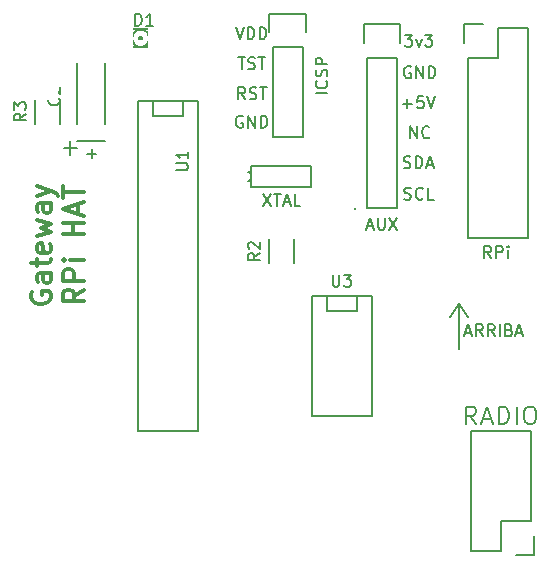
<source format=gto>
G04 #@! TF.FileFunction,Legend,Top*
%FSLAX46Y46*%
G04 Gerber Fmt 4.6, Leading zero omitted, Abs format (unit mm)*
G04 Created by KiCad (PCBNEW (after 2015-mar-04 BZR unknown)-product) date 16/04/2015 11:47:33*
%MOMM*%
G01*
G04 APERTURE LIST*
%ADD10C,0.100000*%
%ADD11C,0.200000*%
%ADD12C,0.300000*%
%ADD13C,0.150000*%
%ADD14R,1.727200X1.727200*%
%ADD15O,1.727200X1.727200*%
%ADD16R,1.597660X1.800860*%
%ADD17R,1.700000X2.000000*%
%ADD18R,2.032000X1.727200*%
%ADD19O,2.032000X1.727200*%
%ADD20R,1.397000X1.397000*%
%ADD21C,1.397000*%
%ADD22C,1.000760*%
%ADD23R,1.501140X2.999740*%
G04 APERTURE END LIST*
D10*
D11*
X122872667Y-52411381D02*
X123206000Y-53411381D01*
X123539334Y-52411381D01*
X123872667Y-53411381D02*
X123872667Y-52411381D01*
X124110762Y-52411381D01*
X124253620Y-52459000D01*
X124348858Y-52554238D01*
X124396477Y-52649476D01*
X124444096Y-52839952D01*
X124444096Y-52982810D01*
X124396477Y-53173286D01*
X124348858Y-53268524D01*
X124253620Y-53363762D01*
X124110762Y-53411381D01*
X123872667Y-53411381D01*
X124872667Y-53411381D02*
X124872667Y-52411381D01*
X125110762Y-52411381D01*
X125253620Y-52459000D01*
X125348858Y-52554238D01*
X125396477Y-52649476D01*
X125444096Y-52839952D01*
X125444096Y-52982810D01*
X125396477Y-53173286D01*
X125348858Y-53268524D01*
X125253620Y-53363762D01*
X125110762Y-53411381D01*
X124872667Y-53411381D01*
X123063143Y-54951381D02*
X123634572Y-54951381D01*
X123348857Y-55951381D02*
X123348857Y-54951381D01*
X123920286Y-55903762D02*
X124063143Y-55951381D01*
X124301239Y-55951381D01*
X124396477Y-55903762D01*
X124444096Y-55856143D01*
X124491715Y-55760905D01*
X124491715Y-55665667D01*
X124444096Y-55570429D01*
X124396477Y-55522810D01*
X124301239Y-55475190D01*
X124110762Y-55427571D01*
X124015524Y-55379952D01*
X123967905Y-55332333D01*
X123920286Y-55237095D01*
X123920286Y-55141857D01*
X123967905Y-55046619D01*
X124015524Y-54999000D01*
X124110762Y-54951381D01*
X124348858Y-54951381D01*
X124491715Y-54999000D01*
X124777429Y-54951381D02*
X125348858Y-54951381D01*
X125063143Y-55951381D02*
X125063143Y-54951381D01*
X123658381Y-58491381D02*
X123325047Y-58015190D01*
X123086952Y-58491381D02*
X123086952Y-57491381D01*
X123467905Y-57491381D01*
X123563143Y-57539000D01*
X123610762Y-57586619D01*
X123658381Y-57681857D01*
X123658381Y-57824714D01*
X123610762Y-57919952D01*
X123563143Y-57967571D01*
X123467905Y-58015190D01*
X123086952Y-58015190D01*
X124039333Y-58443762D02*
X124182190Y-58491381D01*
X124420286Y-58491381D01*
X124515524Y-58443762D01*
X124563143Y-58396143D01*
X124610762Y-58300905D01*
X124610762Y-58205667D01*
X124563143Y-58110429D01*
X124515524Y-58062810D01*
X124420286Y-58015190D01*
X124229809Y-57967571D01*
X124134571Y-57919952D01*
X124086952Y-57872333D01*
X124039333Y-57777095D01*
X124039333Y-57681857D01*
X124086952Y-57586619D01*
X124134571Y-57539000D01*
X124229809Y-57491381D01*
X124467905Y-57491381D01*
X124610762Y-57539000D01*
X124896476Y-57491381D02*
X125467905Y-57491381D01*
X125182190Y-58491381D02*
X125182190Y-57491381D01*
X123444096Y-59952000D02*
X123348858Y-59904381D01*
X123206001Y-59904381D01*
X123063143Y-59952000D01*
X122967905Y-60047238D01*
X122920286Y-60142476D01*
X122872667Y-60332952D01*
X122872667Y-60475810D01*
X122920286Y-60666286D01*
X122967905Y-60761524D01*
X123063143Y-60856762D01*
X123206001Y-60904381D01*
X123301239Y-60904381D01*
X123444096Y-60856762D01*
X123491715Y-60809143D01*
X123491715Y-60475810D01*
X123301239Y-60475810D01*
X123920286Y-60904381D02*
X123920286Y-59904381D01*
X124491715Y-60904381D01*
X124491715Y-59904381D01*
X124967905Y-60904381D02*
X124967905Y-59904381D01*
X125206000Y-59904381D01*
X125348858Y-59952000D01*
X125444096Y-60047238D01*
X125491715Y-60142476D01*
X125539334Y-60332952D01*
X125539334Y-60475810D01*
X125491715Y-60666286D01*
X125444096Y-60761524D01*
X125348858Y-60856762D01*
X125206000Y-60904381D01*
X124967905Y-60904381D01*
X142303476Y-78271667D02*
X142779667Y-78271667D01*
X142208238Y-78557381D02*
X142541571Y-77557381D01*
X142874905Y-78557381D01*
X143779667Y-78557381D02*
X143446333Y-78081190D01*
X143208238Y-78557381D02*
X143208238Y-77557381D01*
X143589191Y-77557381D01*
X143684429Y-77605000D01*
X143732048Y-77652619D01*
X143779667Y-77747857D01*
X143779667Y-77890714D01*
X143732048Y-77985952D01*
X143684429Y-78033571D01*
X143589191Y-78081190D01*
X143208238Y-78081190D01*
X144779667Y-78557381D02*
X144446333Y-78081190D01*
X144208238Y-78557381D02*
X144208238Y-77557381D01*
X144589191Y-77557381D01*
X144684429Y-77605000D01*
X144732048Y-77652619D01*
X144779667Y-77747857D01*
X144779667Y-77890714D01*
X144732048Y-77985952D01*
X144684429Y-78033571D01*
X144589191Y-78081190D01*
X144208238Y-78081190D01*
X145208238Y-78557381D02*
X145208238Y-77557381D01*
X146017762Y-78033571D02*
X146160619Y-78081190D01*
X146208238Y-78128810D01*
X146255857Y-78224048D01*
X146255857Y-78366905D01*
X146208238Y-78462143D01*
X146160619Y-78509762D01*
X146065381Y-78557381D01*
X145684428Y-78557381D01*
X145684428Y-77557381D01*
X146017762Y-77557381D01*
X146113000Y-77605000D01*
X146160619Y-77652619D01*
X146208238Y-77747857D01*
X146208238Y-77843095D01*
X146160619Y-77938333D01*
X146113000Y-77985952D01*
X146017762Y-78033571D01*
X145684428Y-78033571D01*
X146636809Y-78271667D02*
X147113000Y-78271667D01*
X146541571Y-78557381D02*
X146874904Y-77557381D01*
X147208238Y-78557381D01*
X141732000Y-75819000D02*
X142494000Y-76962000D01*
X141732000Y-75819000D02*
X140970000Y-76962000D01*
X141732000Y-75946000D02*
X141732000Y-79629000D01*
D12*
X105573000Y-74824333D02*
X105489667Y-74990999D01*
X105489667Y-75240999D01*
X105573000Y-75490999D01*
X105739667Y-75657666D01*
X105906333Y-75740999D01*
X106239667Y-75824333D01*
X106489667Y-75824333D01*
X106823000Y-75740999D01*
X106989667Y-75657666D01*
X107156333Y-75490999D01*
X107239667Y-75240999D01*
X107239667Y-75074333D01*
X107156333Y-74824333D01*
X107073000Y-74740999D01*
X106489667Y-74740999D01*
X106489667Y-75074333D01*
X107239667Y-73240999D02*
X106323000Y-73240999D01*
X106156333Y-73324333D01*
X106073000Y-73490999D01*
X106073000Y-73824333D01*
X106156333Y-73990999D01*
X107156333Y-73240999D02*
X107239667Y-73407666D01*
X107239667Y-73824333D01*
X107156333Y-73990999D01*
X106989667Y-74074333D01*
X106823000Y-74074333D01*
X106656333Y-73990999D01*
X106573000Y-73824333D01*
X106573000Y-73407666D01*
X106489667Y-73240999D01*
X106073000Y-72657666D02*
X106073000Y-71991000D01*
X105489667Y-72407666D02*
X106989667Y-72407666D01*
X107156333Y-72324333D01*
X107239667Y-72157666D01*
X107239667Y-71991000D01*
X107156333Y-70741000D02*
X107239667Y-70907666D01*
X107239667Y-71241000D01*
X107156333Y-71407666D01*
X106989667Y-71491000D01*
X106323000Y-71491000D01*
X106156333Y-71407666D01*
X106073000Y-71241000D01*
X106073000Y-70907666D01*
X106156333Y-70741000D01*
X106323000Y-70657666D01*
X106489667Y-70657666D01*
X106656333Y-71491000D01*
X106073000Y-70074333D02*
X107239667Y-69741000D01*
X106406333Y-69407666D01*
X107239667Y-69074333D01*
X106073000Y-68741000D01*
X107239667Y-67324333D02*
X106323000Y-67324333D01*
X106156333Y-67407667D01*
X106073000Y-67574333D01*
X106073000Y-67907667D01*
X106156333Y-68074333D01*
X107156333Y-67324333D02*
X107239667Y-67491000D01*
X107239667Y-67907667D01*
X107156333Y-68074333D01*
X106989667Y-68157667D01*
X106823000Y-68157667D01*
X106656333Y-68074333D01*
X106573000Y-67907667D01*
X106573000Y-67491000D01*
X106489667Y-67324333D01*
X106073000Y-66657667D02*
X107239667Y-66241000D01*
X106073000Y-65824334D02*
X107239667Y-66241000D01*
X107656333Y-66407667D01*
X107739667Y-66491000D01*
X107823000Y-66657667D01*
X109989667Y-74615999D02*
X109156333Y-75199333D01*
X109989667Y-75615999D02*
X108239667Y-75615999D01*
X108239667Y-74949333D01*
X108323000Y-74782666D01*
X108406333Y-74699333D01*
X108573000Y-74615999D01*
X108823000Y-74615999D01*
X108989667Y-74699333D01*
X109073000Y-74782666D01*
X109156333Y-74949333D01*
X109156333Y-75615999D01*
X109989667Y-73865999D02*
X108239667Y-73865999D01*
X108239667Y-73199333D01*
X108323000Y-73032666D01*
X108406333Y-72949333D01*
X108573000Y-72865999D01*
X108823000Y-72865999D01*
X108989667Y-72949333D01*
X109073000Y-73032666D01*
X109156333Y-73199333D01*
X109156333Y-73865999D01*
X109989667Y-72115999D02*
X108823000Y-72115999D01*
X108239667Y-72115999D02*
X108323000Y-72199333D01*
X108406333Y-72115999D01*
X108323000Y-72032666D01*
X108239667Y-72115999D01*
X108406333Y-72115999D01*
X109989667Y-69949333D02*
X108239667Y-69949333D01*
X109073000Y-69949333D02*
X109073000Y-68949333D01*
X109989667Y-68949333D02*
X108239667Y-68949333D01*
X109489667Y-68199334D02*
X109489667Y-67366000D01*
X109989667Y-68366000D02*
X108239667Y-67782667D01*
X109989667Y-67199334D01*
X108239667Y-66866000D02*
X108239667Y-65866000D01*
X109989667Y-66366000D02*
X108239667Y-66366000D01*
D11*
X137128571Y-66952762D02*
X137271428Y-67000381D01*
X137509524Y-67000381D01*
X137604762Y-66952762D01*
X137652381Y-66905143D01*
X137700000Y-66809905D01*
X137700000Y-66714667D01*
X137652381Y-66619429D01*
X137604762Y-66571810D01*
X137509524Y-66524190D01*
X137319047Y-66476571D01*
X137223809Y-66428952D01*
X137176190Y-66381333D01*
X137128571Y-66286095D01*
X137128571Y-66190857D01*
X137176190Y-66095619D01*
X137223809Y-66048000D01*
X137319047Y-66000381D01*
X137557143Y-66000381D01*
X137700000Y-66048000D01*
X138700000Y-66905143D02*
X138652381Y-66952762D01*
X138509524Y-67000381D01*
X138414286Y-67000381D01*
X138271428Y-66952762D01*
X138176190Y-66857524D01*
X138128571Y-66762286D01*
X138080952Y-66571810D01*
X138080952Y-66428952D01*
X138128571Y-66238476D01*
X138176190Y-66143238D01*
X138271428Y-66048000D01*
X138414286Y-66000381D01*
X138509524Y-66000381D01*
X138652381Y-66048000D01*
X138700000Y-66095619D01*
X139604762Y-67000381D02*
X139128571Y-67000381D01*
X139128571Y-66000381D01*
X137080952Y-64285762D02*
X137223809Y-64333381D01*
X137461905Y-64333381D01*
X137557143Y-64285762D01*
X137604762Y-64238143D01*
X137652381Y-64142905D01*
X137652381Y-64047667D01*
X137604762Y-63952429D01*
X137557143Y-63904810D01*
X137461905Y-63857190D01*
X137271428Y-63809571D01*
X137176190Y-63761952D01*
X137128571Y-63714333D01*
X137080952Y-63619095D01*
X137080952Y-63523857D01*
X137128571Y-63428619D01*
X137176190Y-63381000D01*
X137271428Y-63333381D01*
X137509524Y-63333381D01*
X137652381Y-63381000D01*
X138080952Y-64333381D02*
X138080952Y-63333381D01*
X138319047Y-63333381D01*
X138461905Y-63381000D01*
X138557143Y-63476238D01*
X138604762Y-63571476D01*
X138652381Y-63761952D01*
X138652381Y-63904810D01*
X138604762Y-64095286D01*
X138557143Y-64190524D01*
X138461905Y-64285762D01*
X138319047Y-64333381D01*
X138080952Y-64333381D01*
X139033333Y-64047667D02*
X139509524Y-64047667D01*
X138938095Y-64333381D02*
X139271428Y-63333381D01*
X139604762Y-64333381D01*
X137636476Y-61793381D02*
X137636476Y-60793381D01*
X138207905Y-61793381D01*
X138207905Y-60793381D01*
X139255524Y-61698143D02*
X139207905Y-61745762D01*
X139065048Y-61793381D01*
X138969810Y-61793381D01*
X138826952Y-61745762D01*
X138731714Y-61650524D01*
X138684095Y-61555286D01*
X138636476Y-61364810D01*
X138636476Y-61221952D01*
X138684095Y-61031476D01*
X138731714Y-60936238D01*
X138826952Y-60841000D01*
X138969810Y-60793381D01*
X139065048Y-60793381D01*
X139207905Y-60841000D01*
X139255524Y-60888619D01*
X137017476Y-58872429D02*
X137779381Y-58872429D01*
X137398429Y-59253381D02*
X137398429Y-58491476D01*
X138731762Y-58253381D02*
X138255571Y-58253381D01*
X138207952Y-58729571D01*
X138255571Y-58681952D01*
X138350809Y-58634333D01*
X138588905Y-58634333D01*
X138684143Y-58681952D01*
X138731762Y-58729571D01*
X138779381Y-58824810D01*
X138779381Y-59062905D01*
X138731762Y-59158143D01*
X138684143Y-59205762D01*
X138588905Y-59253381D01*
X138350809Y-59253381D01*
X138255571Y-59205762D01*
X138207952Y-59158143D01*
X139065095Y-58253381D02*
X139398428Y-59253381D01*
X139731762Y-58253381D01*
X132969000Y-67691000D02*
X132969000Y-67818000D01*
X137668286Y-55761000D02*
X137573048Y-55713381D01*
X137430191Y-55713381D01*
X137287333Y-55761000D01*
X137192095Y-55856238D01*
X137144476Y-55951476D01*
X137096857Y-56141952D01*
X137096857Y-56284810D01*
X137144476Y-56475286D01*
X137192095Y-56570524D01*
X137287333Y-56665762D01*
X137430191Y-56713381D01*
X137525429Y-56713381D01*
X137668286Y-56665762D01*
X137715905Y-56618143D01*
X137715905Y-56284810D01*
X137525429Y-56284810D01*
X138144476Y-56713381D02*
X138144476Y-55713381D01*
X138715905Y-56713381D01*
X138715905Y-55713381D01*
X139192095Y-56713381D02*
X139192095Y-55713381D01*
X139430190Y-55713381D01*
X139573048Y-55761000D01*
X139668286Y-55856238D01*
X139715905Y-55951476D01*
X139763524Y-56141952D01*
X139763524Y-56284810D01*
X139715905Y-56475286D01*
X139668286Y-56570524D01*
X139573048Y-56665762D01*
X139430190Y-56713381D01*
X139192095Y-56713381D01*
X137176190Y-53046381D02*
X137795238Y-53046381D01*
X137461904Y-53427333D01*
X137604762Y-53427333D01*
X137700000Y-53474952D01*
X137747619Y-53522571D01*
X137795238Y-53617810D01*
X137795238Y-53855905D01*
X137747619Y-53951143D01*
X137700000Y-53998762D01*
X137604762Y-54046381D01*
X137319047Y-54046381D01*
X137223809Y-53998762D01*
X137176190Y-53951143D01*
X138128571Y-53379714D02*
X138366666Y-54046381D01*
X138604762Y-53379714D01*
X138890476Y-53046381D02*
X139509524Y-53046381D01*
X139176190Y-53427333D01*
X139319048Y-53427333D01*
X139414286Y-53474952D01*
X139461905Y-53522571D01*
X139509524Y-53617810D01*
X139509524Y-53855905D01*
X139461905Y-53951143D01*
X139414286Y-53998762D01*
X139319048Y-54046381D01*
X139033333Y-54046381D01*
X138938095Y-53998762D01*
X138890476Y-53951143D01*
D13*
X147828000Y-94234000D02*
X147828000Y-86614000D01*
X147828000Y-86614000D02*
X142748000Y-86614000D01*
X142748000Y-86614000D02*
X142748000Y-96774000D01*
X142748000Y-96774000D02*
X145288000Y-96774000D01*
X146558000Y-97054000D02*
X148108000Y-97054000D01*
X145288000Y-96774000D02*
X145288000Y-94234000D01*
X145288000Y-94234000D02*
X147828000Y-94234000D01*
X148108000Y-97054000D02*
X148108000Y-95504000D01*
X114708940Y-53439060D02*
X114907060Y-53439060D01*
X114907060Y-53439060D02*
X114907060Y-53240940D01*
X114708940Y-53240940D02*
X114907060Y-53240940D01*
X114708940Y-53439060D02*
X114708940Y-53240940D01*
X115257580Y-54038500D02*
X115605560Y-54038500D01*
X115605560Y-54038500D02*
X115605560Y-53789580D01*
X115257580Y-53789580D02*
X115605560Y-53789580D01*
X115257580Y-54038500D02*
X115257580Y-53789580D01*
X115605560Y-54038500D02*
X115707160Y-54038500D01*
X115707160Y-54038500D02*
X115707160Y-52842160D01*
X115605560Y-52842160D02*
X115707160Y-52842160D01*
X115605560Y-54038500D02*
X115605560Y-52842160D01*
X115605560Y-52791360D02*
X115707160Y-52791360D01*
X115707160Y-52791360D02*
X115707160Y-52641500D01*
X115605560Y-52641500D02*
X115707160Y-52641500D01*
X115605560Y-52791360D02*
X115605560Y-52641500D01*
X113908840Y-54038500D02*
X114010440Y-54038500D01*
X114010440Y-54038500D02*
X114010440Y-52842160D01*
X113908840Y-52842160D02*
X114010440Y-52842160D01*
X113908840Y-54038500D02*
X113908840Y-52842160D01*
X113908840Y-52791360D02*
X114010440Y-52791360D01*
X114010440Y-52791360D02*
X114010440Y-52641500D01*
X113908840Y-52641500D02*
X114010440Y-52641500D01*
X113908840Y-52791360D02*
X113908840Y-52641500D01*
X115257580Y-54038500D02*
X115407440Y-54038500D01*
X115407440Y-54038500D02*
X115407440Y-53789580D01*
X115257580Y-53789580D02*
X115407440Y-53789580D01*
X115257580Y-54038500D02*
X115257580Y-53789580D01*
X116357400Y-54089300D02*
X113258600Y-54089300D01*
X113258600Y-54089300D02*
X113258600Y-52590700D01*
X113258600Y-52590700D02*
X116357400Y-52590700D01*
X116357400Y-52590700D02*
X116357400Y-54089300D01*
X114260738Y-53839354D02*
G75*
G03X115356640Y-53837840I547262J499354D01*
G01*
X114259867Y-52841602D02*
G75*
G03X114259360Y-53837840I548133J-498398D01*
G01*
X115355262Y-52840646D02*
G75*
G03X114259360Y-52842160I-547262J-499354D01*
G01*
X115356133Y-53838398D02*
G75*
G03X115356640Y-52842160I-548133J498398D01*
G01*
X127821000Y-70374000D02*
X127821000Y-72374000D01*
X125671000Y-72374000D02*
X125671000Y-70374000D01*
X108009000Y-58563000D02*
X108009000Y-60563000D01*
X105859000Y-60563000D02*
X105859000Y-58563000D01*
X147574000Y-70231000D02*
X147574000Y-52451000D01*
X142494000Y-54991000D02*
X142494000Y-70231000D01*
X147574000Y-70231000D02*
X142494000Y-70231000D01*
X147574000Y-52451000D02*
X145034000Y-52451000D01*
X143764000Y-52171000D02*
X142214000Y-52171000D01*
X145034000Y-52451000D02*
X145034000Y-54991000D01*
X145034000Y-54991000D02*
X142494000Y-54991000D01*
X142214000Y-52171000D02*
X142214000Y-53721000D01*
X125984000Y-54102000D02*
X125984000Y-61722000D01*
X128524000Y-54102000D02*
X128524000Y-61722000D01*
X128804000Y-51282000D02*
X128804000Y-52832000D01*
X125984000Y-61722000D02*
X128524000Y-61722000D01*
X128524000Y-54102000D02*
X125984000Y-54102000D01*
X125704000Y-52832000D02*
X125704000Y-51282000D01*
X125704000Y-51282000D02*
X128804000Y-51282000D01*
X136525000Y-54991000D02*
X136525000Y-67691000D01*
X136525000Y-67691000D02*
X133985000Y-67691000D01*
X133985000Y-67691000D02*
X133985000Y-54991000D01*
X136805000Y-52171000D02*
X136805000Y-53721000D01*
X136525000Y-54991000D02*
X133985000Y-54991000D01*
X133705000Y-53721000D02*
X133705000Y-52171000D01*
X133705000Y-52171000D02*
X136805000Y-52171000D01*
X118364000Y-58674000D02*
X118364000Y-59944000D01*
X118364000Y-59944000D02*
X115824000Y-59944000D01*
X115824000Y-59944000D02*
X115824000Y-58674000D01*
X119634000Y-58674000D02*
X119634000Y-86614000D01*
X119634000Y-86614000D02*
X114554000Y-86614000D01*
X114554000Y-86614000D02*
X114554000Y-58674000D01*
X114554000Y-58674000D02*
X119634000Y-58674000D01*
X133096000Y-75184000D02*
X133096000Y-76454000D01*
X133096000Y-76454000D02*
X130556000Y-76454000D01*
X130556000Y-76454000D02*
X130556000Y-75184000D01*
X134366000Y-75184000D02*
X134366000Y-85344000D01*
X134366000Y-85344000D02*
X129286000Y-85344000D01*
X129286000Y-85344000D02*
X129286000Y-75184000D01*
X129286000Y-75184000D02*
X134366000Y-75184000D01*
X124185680Y-64724280D02*
X123885960Y-64625220D01*
X124185680Y-65323720D02*
X123885960Y-65422780D01*
X124185680Y-65923160D02*
X129235200Y-65923160D01*
X129235200Y-65923160D02*
X129235200Y-64124840D01*
X129235200Y-64124840D02*
X124185680Y-64124840D01*
X124185680Y-65923160D02*
X124185680Y-64124840D01*
X111815880Y-60639960D02*
X111815880Y-55438040D01*
X109418120Y-55438040D02*
X109418120Y-60639960D01*
X108318300Y-62638940D02*
X109418120Y-62638940D01*
X108818680Y-63238380D02*
X108818680Y-62039500D01*
X109418120Y-62034420D02*
X111815880Y-62034420D01*
D11*
X143216572Y-86022571D02*
X142716572Y-85308286D01*
X142359429Y-86022571D02*
X142359429Y-84522571D01*
X142930857Y-84522571D01*
X143073715Y-84594000D01*
X143145143Y-84665429D01*
X143216572Y-84808286D01*
X143216572Y-85022571D01*
X143145143Y-85165429D01*
X143073715Y-85236857D01*
X142930857Y-85308286D01*
X142359429Y-85308286D01*
X143788000Y-85594000D02*
X144502286Y-85594000D01*
X143645143Y-86022571D02*
X144145143Y-84522571D01*
X144645143Y-86022571D01*
X145145143Y-86022571D02*
X145145143Y-84522571D01*
X145502286Y-84522571D01*
X145716571Y-84594000D01*
X145859429Y-84736857D01*
X145930857Y-84879714D01*
X146002286Y-85165429D01*
X146002286Y-85379714D01*
X145930857Y-85665429D01*
X145859429Y-85808286D01*
X145716571Y-85951143D01*
X145502286Y-86022571D01*
X145145143Y-86022571D01*
X146645143Y-86022571D02*
X146645143Y-84522571D01*
X147645143Y-84522571D02*
X147930857Y-84522571D01*
X148073715Y-84594000D01*
X148216572Y-84736857D01*
X148288000Y-85022571D01*
X148288000Y-85522571D01*
X148216572Y-85808286D01*
X148073715Y-85951143D01*
X147930857Y-86022571D01*
X147645143Y-86022571D01*
X147502286Y-85951143D01*
X147359429Y-85808286D01*
X147288000Y-85522571D01*
X147288000Y-85022571D01*
X147359429Y-84736857D01*
X147502286Y-84594000D01*
X147645143Y-84522571D01*
D13*
X114323905Y-52268381D02*
X114323905Y-51268381D01*
X114562000Y-51268381D01*
X114704858Y-51316000D01*
X114800096Y-51411238D01*
X114847715Y-51506476D01*
X114895334Y-51696952D01*
X114895334Y-51839810D01*
X114847715Y-52030286D01*
X114800096Y-52125524D01*
X114704858Y-52220762D01*
X114562000Y-52268381D01*
X114323905Y-52268381D01*
X115847715Y-52268381D02*
X115276286Y-52268381D01*
X115562000Y-52268381D02*
X115562000Y-51268381D01*
X115466762Y-51411238D01*
X115371524Y-51506476D01*
X115276286Y-51554095D01*
X124898381Y-71540666D02*
X124422190Y-71874000D01*
X124898381Y-72112095D02*
X123898381Y-72112095D01*
X123898381Y-71731142D01*
X123946000Y-71635904D01*
X123993619Y-71588285D01*
X124088857Y-71540666D01*
X124231714Y-71540666D01*
X124326952Y-71588285D01*
X124374571Y-71635904D01*
X124422190Y-71731142D01*
X124422190Y-72112095D01*
X123993619Y-71159714D02*
X123946000Y-71112095D01*
X123898381Y-71016857D01*
X123898381Y-70778761D01*
X123946000Y-70683523D01*
X123993619Y-70635904D01*
X124088857Y-70588285D01*
X124184095Y-70588285D01*
X124326952Y-70635904D01*
X124898381Y-71207333D01*
X124898381Y-70588285D01*
X105086381Y-59729666D02*
X104610190Y-60063000D01*
X105086381Y-60301095D02*
X104086381Y-60301095D01*
X104086381Y-59920142D01*
X104134000Y-59824904D01*
X104181619Y-59777285D01*
X104276857Y-59729666D01*
X104419714Y-59729666D01*
X104514952Y-59777285D01*
X104562571Y-59824904D01*
X104610190Y-59920142D01*
X104610190Y-60301095D01*
X104086381Y-59396333D02*
X104086381Y-58777285D01*
X104467333Y-59110619D01*
X104467333Y-58967761D01*
X104514952Y-58872523D01*
X104562571Y-58824904D01*
X104657810Y-58777285D01*
X104895905Y-58777285D01*
X104991143Y-58824904D01*
X105038762Y-58872523D01*
X105086381Y-58967761D01*
X105086381Y-59253476D01*
X105038762Y-59348714D01*
X104991143Y-59396333D01*
X144478429Y-71953381D02*
X144145095Y-71477190D01*
X143907000Y-71953381D02*
X143907000Y-70953381D01*
X144287953Y-70953381D01*
X144383191Y-71001000D01*
X144430810Y-71048619D01*
X144478429Y-71143857D01*
X144478429Y-71286714D01*
X144430810Y-71381952D01*
X144383191Y-71429571D01*
X144287953Y-71477190D01*
X143907000Y-71477190D01*
X144907000Y-71953381D02*
X144907000Y-70953381D01*
X145287953Y-70953381D01*
X145383191Y-71001000D01*
X145430810Y-71048619D01*
X145478429Y-71143857D01*
X145478429Y-71286714D01*
X145430810Y-71381952D01*
X145383191Y-71429571D01*
X145287953Y-71477190D01*
X144907000Y-71477190D01*
X145907000Y-71953381D02*
X145907000Y-71286714D01*
X145907000Y-70953381D02*
X145859381Y-71001000D01*
X145907000Y-71048619D01*
X145954619Y-71001000D01*
X145907000Y-70953381D01*
X145907000Y-71048619D01*
X130627381Y-57991190D02*
X129627381Y-57991190D01*
X130532143Y-56943571D02*
X130579762Y-56991190D01*
X130627381Y-57134047D01*
X130627381Y-57229285D01*
X130579762Y-57372143D01*
X130484524Y-57467381D01*
X130389286Y-57515000D01*
X130198810Y-57562619D01*
X130055952Y-57562619D01*
X129865476Y-57515000D01*
X129770238Y-57467381D01*
X129675000Y-57372143D01*
X129627381Y-57229285D01*
X129627381Y-57134047D01*
X129675000Y-56991190D01*
X129722619Y-56943571D01*
X130579762Y-56562619D02*
X130627381Y-56419762D01*
X130627381Y-56181666D01*
X130579762Y-56086428D01*
X130532143Y-56038809D01*
X130436905Y-55991190D01*
X130341667Y-55991190D01*
X130246429Y-56038809D01*
X130198810Y-56086428D01*
X130151190Y-56181666D01*
X130103571Y-56372143D01*
X130055952Y-56467381D01*
X130008333Y-56515000D01*
X129913095Y-56562619D01*
X129817857Y-56562619D01*
X129722619Y-56515000D01*
X129675000Y-56467381D01*
X129627381Y-56372143D01*
X129627381Y-56134047D01*
X129675000Y-55991190D01*
X130627381Y-55562619D02*
X129627381Y-55562619D01*
X129627381Y-55181666D01*
X129675000Y-55086428D01*
X129722619Y-55038809D01*
X129817857Y-54991190D01*
X129960714Y-54991190D01*
X130055952Y-55038809D01*
X130103571Y-55086428D01*
X130151190Y-55181666D01*
X130151190Y-55562619D01*
X134016905Y-69254667D02*
X134493096Y-69254667D01*
X133921667Y-69540381D02*
X134255000Y-68540381D01*
X134588334Y-69540381D01*
X134921667Y-68540381D02*
X134921667Y-69349905D01*
X134969286Y-69445143D01*
X135016905Y-69492762D01*
X135112143Y-69540381D01*
X135302620Y-69540381D01*
X135397858Y-69492762D01*
X135445477Y-69445143D01*
X135493096Y-69349905D01*
X135493096Y-68540381D01*
X135874048Y-68540381D02*
X136540715Y-69540381D01*
X136540715Y-68540381D02*
X135874048Y-69540381D01*
X117816381Y-64515905D02*
X118625905Y-64515905D01*
X118721143Y-64468286D01*
X118768762Y-64420667D01*
X118816381Y-64325429D01*
X118816381Y-64134952D01*
X118768762Y-64039714D01*
X118721143Y-63992095D01*
X118625905Y-63944476D01*
X117816381Y-63944476D01*
X118816381Y-62944476D02*
X118816381Y-63515905D01*
X118816381Y-63230191D02*
X117816381Y-63230191D01*
X117959238Y-63325429D01*
X118054476Y-63420667D01*
X118102095Y-63515905D01*
X131064095Y-73366381D02*
X131064095Y-74175905D01*
X131111714Y-74271143D01*
X131159333Y-74318762D01*
X131254571Y-74366381D01*
X131445048Y-74366381D01*
X131540286Y-74318762D01*
X131587905Y-74271143D01*
X131635524Y-74175905D01*
X131635524Y-73366381D01*
X132016476Y-73366381D02*
X132635524Y-73366381D01*
X132302190Y-73747333D01*
X132445048Y-73747333D01*
X132540286Y-73794952D01*
X132587905Y-73842571D01*
X132635524Y-73937810D01*
X132635524Y-74175905D01*
X132587905Y-74271143D01*
X132540286Y-74318762D01*
X132445048Y-74366381D01*
X132159333Y-74366381D01*
X132064095Y-74318762D01*
X132016476Y-74271143D01*
X125198381Y-66508381D02*
X125865048Y-67508381D01*
X125865048Y-66508381D02*
X125198381Y-67508381D01*
X126103143Y-66508381D02*
X126674572Y-66508381D01*
X126388857Y-67508381D02*
X126388857Y-66508381D01*
X126960286Y-67222667D02*
X127436477Y-67222667D01*
X126865048Y-67508381D02*
X127198381Y-66508381D01*
X127531715Y-67508381D01*
X128341239Y-67508381D02*
X127865048Y-67508381D01*
X127865048Y-66508381D01*
X107875343Y-58406326D02*
X107922962Y-58453945D01*
X107970581Y-58596802D01*
X107970581Y-58692040D01*
X107922962Y-58834898D01*
X107827724Y-58930136D01*
X107732486Y-58977755D01*
X107542010Y-59025374D01*
X107399152Y-59025374D01*
X107208676Y-58977755D01*
X107113438Y-58930136D01*
X107018200Y-58834898D01*
X106970581Y-58692040D01*
X106970581Y-58596802D01*
X107018200Y-58453945D01*
X107065819Y-58406326D01*
X107065819Y-58025374D02*
X107018200Y-57977755D01*
X106970581Y-57882517D01*
X106970581Y-57644421D01*
X107018200Y-57549183D01*
X107065819Y-57501564D01*
X107161057Y-57453945D01*
X107256295Y-57453945D01*
X107399152Y-57501564D01*
X107970581Y-58072993D01*
X107970581Y-57453945D01*
X110688429Y-63499952D02*
X110688429Y-62738047D01*
X111069381Y-63118999D02*
X110307476Y-63118999D01*
%LPC*%
D12*
X105033286Y-95317571D02*
X105033286Y-96531857D01*
X105104714Y-96674714D01*
X105176143Y-96746143D01*
X105319000Y-96817571D01*
X105604714Y-96817571D01*
X105747572Y-96746143D01*
X105819000Y-96674714D01*
X105890429Y-96531857D01*
X105890429Y-95317571D01*
X106533286Y-96746143D02*
X106747572Y-96817571D01*
X107104715Y-96817571D01*
X107247572Y-96746143D01*
X107319001Y-96674714D01*
X107390429Y-96531857D01*
X107390429Y-96389000D01*
X107319001Y-96246143D01*
X107247572Y-96174714D01*
X107104715Y-96103286D01*
X106819001Y-96031857D01*
X106676143Y-95960429D01*
X106604715Y-95889000D01*
X106533286Y-95746143D01*
X106533286Y-95603286D01*
X106604715Y-95460429D01*
X106676143Y-95389000D01*
X106819001Y-95317571D01*
X107176143Y-95317571D01*
X107390429Y-95389000D01*
X107961857Y-96389000D02*
X108676143Y-96389000D01*
X107819000Y-96817571D02*
X108319000Y-95317571D01*
X108819000Y-96817571D01*
X110176143Y-96674714D02*
X110104714Y-96746143D01*
X109890428Y-96817571D01*
X109747571Y-96817571D01*
X109533286Y-96746143D01*
X109390428Y-96603286D01*
X109319000Y-96460429D01*
X109247571Y-96174714D01*
X109247571Y-95960429D01*
X109319000Y-95674714D01*
X109390428Y-95531857D01*
X109533286Y-95389000D01*
X109747571Y-95317571D01*
X109890428Y-95317571D01*
X110104714Y-95389000D01*
X110176143Y-95460429D01*
D14*
X146558000Y-95504000D03*
D15*
X144018000Y-95504000D03*
X146558000Y-92964000D03*
X144018000Y-92964000D03*
X146558000Y-90424000D03*
X144018000Y-90424000D03*
X146558000Y-87884000D03*
X144018000Y-87884000D03*
D16*
X113388140Y-53340000D03*
X116227860Y-53340000D03*
D17*
X126746000Y-73374000D03*
X126746000Y-69374000D03*
X106934000Y-61563000D03*
X106934000Y-57563000D03*
D14*
X143764000Y-53721000D03*
D15*
X146304000Y-53721000D03*
X143764000Y-56261000D03*
X146304000Y-56261000D03*
X143764000Y-58801000D03*
X146304000Y-58801000D03*
X143764000Y-61341000D03*
X146304000Y-61341000D03*
X143764000Y-63881000D03*
X146304000Y-63881000D03*
X143764000Y-66421000D03*
X146304000Y-66421000D03*
X143764000Y-68961000D03*
X146304000Y-68961000D03*
D18*
X127254000Y-52832000D03*
D19*
X127254000Y-55372000D03*
X127254000Y-57912000D03*
X127254000Y-60452000D03*
D18*
X135255000Y-53721000D03*
D19*
X135255000Y-56261000D03*
X135255000Y-58801000D03*
X135255000Y-61341000D03*
X135255000Y-63881000D03*
X135255000Y-66421000D03*
D20*
X113284000Y-61214000D03*
D21*
X113284000Y-63754000D03*
X113284000Y-66294000D03*
X113284000Y-68834000D03*
X113284000Y-71374000D03*
X113284000Y-73914000D03*
X113284000Y-76454000D03*
X113284000Y-78994000D03*
X113284000Y-81534000D03*
X113284000Y-84074000D03*
X120904000Y-84074000D03*
X120904000Y-81534000D03*
X120904000Y-78994000D03*
X120904000Y-76454000D03*
X120904000Y-73914000D03*
X120904000Y-71374000D03*
X120904000Y-68834000D03*
X120904000Y-66294000D03*
X120904000Y-63754000D03*
X120904000Y-61214000D03*
D20*
X128016000Y-76454000D03*
D21*
X128016000Y-78994000D03*
X128016000Y-81534000D03*
X128016000Y-84074000D03*
X135636000Y-84074000D03*
X135636000Y-81534000D03*
X135636000Y-78994000D03*
X135636000Y-76454000D03*
D22*
X122936000Y-64274700D03*
X122936000Y-65773300D03*
D23*
X110617000Y-56040020D03*
X110617000Y-60037980D03*
M02*

</source>
